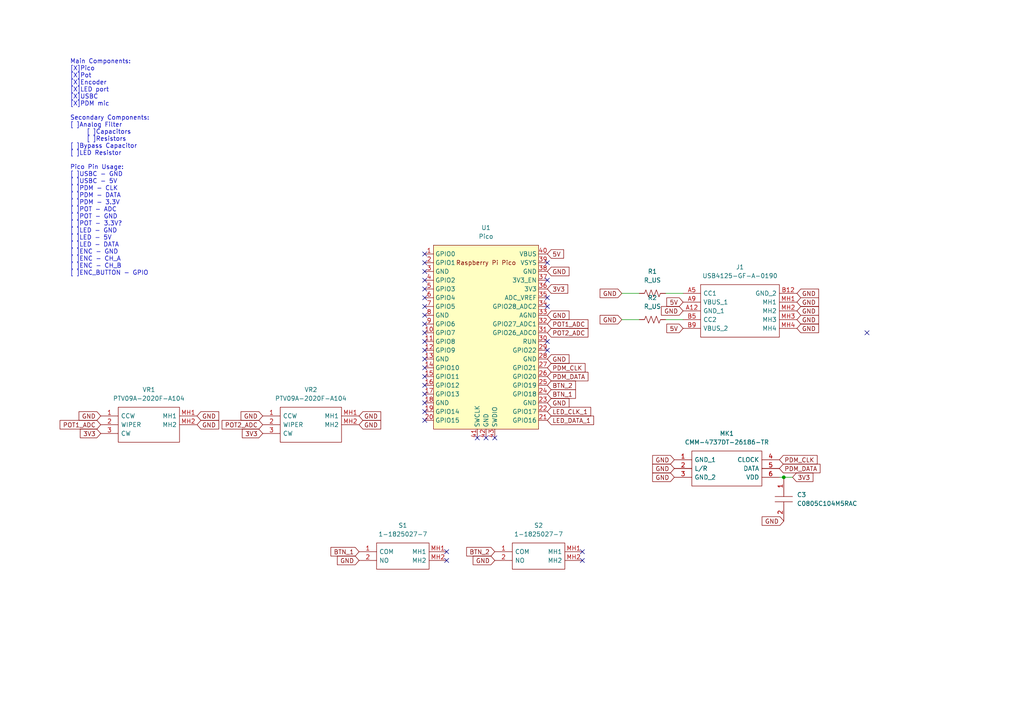
<source format=kicad_sch>
(kicad_sch (version 20211123) (generator eeschema)
  (paper "A4")
  (lib_symbols
    (symbol "Device:R_US" (pin_numbers hide) (pin_names (offset 0))
      (property "Reference" "R" (at 2.54 0 90))
      (property "Value" "R_US" (at -2.54 0 90))
      (symbol "R_US_0_1"
        (polyline (pts (xy 0 -2.286) (xy 0 -2.54)))
        (polyline (pts (xy 0 2.286) (xy 0 2.54)))
        (polyline (pts (xy 0 -0.762) (xy 1.016 -1.143) (xy 0 -1.524) (xy -1.016 -1.905) (xy 0 -2.286)))
        (polyline (pts (xy 0 0.762) (xy 1.016 0.381) (xy 0 0) (xy -1.016 -0.381) (xy 0 -0.762)))
        (polyline (pts (xy 0 2.286) (xy 1.016 1.905) (xy 0 1.524) (xy -1.016 1.143) (xy 0 0.762)))
      )
      (symbol "R_US_1_1"
        (pin passive line (at 0 3.81 270) (length 1.27) (name "~") (number "1"))
        (pin passive line (at 0 -3.81 90) (length 1.27) (name "~") (number "2"))
      )
    )
    (symbol "MCU_RaspberryPi_and_Boards:Pico"
      (property "Reference" "U" (at -13.97 27.94 0))
      (property "Value" "Pico" (at 0 19.05 0))
      (symbol "Pico_0_0"
        (text "Raspberry Pi Pico" (at 0 21.59 0) (effects (font (size 1.27 1.27))))
      )
      (symbol "Pico_0_1"
        (rectangle (start -15.24 26.67) (end 15.24 -26.67) (fill (type background)))
      )
      (symbol "Pico_1_1"
        (pin bidirectional line (at -17.78 24.13 0) (length 2.54) (name "GPIO0") (number "1"))
        (pin bidirectional line (at -17.78 1.27 0) (length 2.54) (name "GPIO7") (number "10"))
        (pin bidirectional line (at -17.78 -1.27 0) (length 2.54) (name "GPIO8") (number "11"))
        (pin bidirectional line (at -17.78 -3.81 0) (length 2.54) (name "GPIO9") (number "12"))
        (pin power_in line (at -17.78 -6.35 0) (length 2.54) (name "GND") (number "13"))
        (pin bidirectional line (at -17.78 -8.89 0) (length 2.54) (name "GPIO10") (number "14"))
        (pin bidirectional line (at -17.78 -11.43 0) (length 2.54) (name "GPIO11") (number "15"))
        (pin bidirectional line (at -17.78 -13.97 0) (length 2.54) (name "GPIO12") (number "16"))
        (pin bidirectional line (at -17.78 -16.51 0) (length 2.54) (name "GPIO13") (number "17"))
        (pin power_in line (at -17.78 -19.05 0) (length 2.54) (name "GND") (number "18"))
        (pin bidirectional line (at -17.78 -21.59 0) (length 2.54) (name "GPIO14") (number "19"))
        (pin bidirectional line (at -17.78 21.59 0) (length 2.54) (name "GPIO1") (number "2"))
        (pin bidirectional line (at -17.78 -24.13 0) (length 2.54) (name "GPIO15") (number "20"))
        (pin bidirectional line (at 17.78 -24.13 180) (length 2.54) (name "GPIO16") (number "21"))
        (pin bidirectional line (at 17.78 -21.59 180) (length 2.54) (name "GPIO17") (number "22"))
        (pin power_in line (at 17.78 -19.05 180) (length 2.54) (name "GND") (number "23"))
        (pin bidirectional line (at 17.78 -16.51 180) (length 2.54) (name "GPIO18") (number "24"))
        (pin bidirectional line (at 17.78 -13.97 180) (length 2.54) (name "GPIO19") (number "25"))
        (pin bidirectional line (at 17.78 -11.43 180) (length 2.54) (name "GPIO20") (number "26"))
        (pin bidirectional line (at 17.78 -8.89 180) (length 2.54) (name "GPIO21") (number "27"))
        (pin power_in line (at 17.78 -6.35 180) (length 2.54) (name "GND") (number "28"))
        (pin bidirectional line (at 17.78 -3.81 180) (length 2.54) (name "GPIO22") (number "29"))
        (pin power_in line (at -17.78 19.05 0) (length 2.54) (name "GND") (number "3"))
        (pin input line (at 17.78 -1.27 180) (length 2.54) (name "RUN") (number "30"))
        (pin bidirectional line (at 17.78 1.27 180) (length 2.54) (name "GPIO26_ADC0") (number "31"))
        (pin bidirectional line (at 17.78 3.81 180) (length 2.54) (name "GPIO27_ADC1") (number "32"))
        (pin power_in line (at 17.78 6.35 180) (length 2.54) (name "AGND") (number "33"))
        (pin bidirectional line (at 17.78 8.89 180) (length 2.54) (name "GPIO28_ADC2") (number "34"))
        (pin power_in line (at 17.78 11.43 180) (length 2.54) (name "ADC_VREF") (number "35"))
        (pin power_in line (at 17.78 13.97 180) (length 2.54) (name "3V3") (number "36"))
        (pin input line (at 17.78 16.51 180) (length 2.54) (name "3V3_EN") (number "37"))
        (pin bidirectional line (at 17.78 19.05 180) (length 2.54) (name "GND") (number "38"))
        (pin power_in line (at 17.78 21.59 180) (length 2.54) (name "VSYS") (number "39"))
        (pin bidirectional line (at -17.78 16.51 0) (length 2.54) (name "GPIO2") (number "4"))
        (pin power_in line (at 17.78 24.13 180) (length 2.54) (name "VBUS") (number "40"))
        (pin input line (at -2.54 -29.21 90) (length 2.54) (name "SWCLK") (number "41"))
        (pin power_in line (at 0 -29.21 90) (length 2.54) (name "GND") (number "42"))
        (pin bidirectional line (at 2.54 -29.21 90) (length 2.54) (name "SWDIO") (number "43"))
        (pin bidirectional line (at -17.78 13.97 0) (length 2.54) (name "GPIO3") (number "5"))
        (pin bidirectional line (at -17.78 11.43 0) (length 2.54) (name "GPIO4") (number "6"))
        (pin bidirectional line (at -17.78 8.89 0) (length 2.54) (name "GPIO5") (number "7"))
        (pin power_in line (at -17.78 6.35 0) (length 2.54) (name "GND") (number "8"))
        (pin bidirectional line (at -17.78 3.81 0) (length 2.54) (name "GPIO6") (number "9"))
      )
    )
    (symbol "SamacSys_Parts:1-1825027-7" (pin_names (offset 0.762))
      (property "Reference" "S" (at 21.59 7.62 0))
      (property "Value" "1-1825027-7" (at 21.59 5.08 0))
      (symbol "1-1825027-7_0_0"
        (pin passive line (at 0 0 0) (length 5.08) (name "COM") (number "1"))
        (pin passive line (at 0 -2.54 0) (length 5.08) (name "NO") (number "2"))
        (pin passive line (at 25.4 0 180) (length 5.08) (name "MH1") (number "MH1"))
        (pin passive line (at 25.4 -2.54 180) (length 5.08) (name "MH2") (number "MH2"))
      )
      (symbol "1-1825027-7_0_1"
        (polyline (pts (xy 5.08 2.54) (xy 20.32 2.54) (xy 20.32 -5.08) (xy 5.08 -5.08) (xy 5.08 2.54)) (stroke (width 0.1524)))
      )
    )
    (symbol "SamacSys_Parts:C0805C104M5RAC" (pin_names (offset 0.762))
      (property "Reference" "C" (at 8.89 6.35 0))
      (property "Value" "C0805C104M5RAC" (at 8.89 3.81 0))
      (symbol "C0805C104M5RAC_0_0"
        (pin passive line (at 0 0 0) (length 5.08) (name "~") (number "1"))
        (pin passive line (at 12.7 0 180) (length 5.08) (name "~") (number "2"))
      )
      (symbol "C0805C104M5RAC_0_1"
        (polyline (pts (xy 5.08 0) (xy 5.588 0)) (stroke (width 0.1524)))
        (polyline (pts (xy 5.588 2.54) (xy 5.588 -2.54)) (stroke (width 0.1524)))
        (polyline (pts (xy 7.112 0) (xy 7.62 0)) (stroke (width 0.1524)))
        (polyline (pts (xy 7.112 2.54) (xy 7.112 -2.54)) (stroke (width 0.1524)))
      )
    )
    (symbol "SamacSys_Parts:CMM-4737DT-26186-TR" (pin_names (offset 0.762))
      (property "Reference" "MK" (at 26.67 7.62 0))
      (property "Value" "CMM-4737DT-26186-TR" (at 26.67 5.08 0))
      (symbol "CMM-4737DT-26186-TR_0_0"
        (pin passive line (at 0 0 0) (length 5.08) (name "GND_1") (number "1"))
        (pin passive line (at 0 -2.54 0) (length 5.08) (name "L/R") (number "2"))
        (pin passive line (at 0 -5.08 0) (length 5.08) (name "GND_2") (number "3"))
        (pin passive line (at 30.48 0 180) (length 5.08) (name "CLOCK") (number "4"))
        (pin passive line (at 30.48 -2.54 180) (length 5.08) (name "DATA") (number "5"))
        (pin passive line (at 30.48 -5.08 180) (length 5.08) (name "VDD") (number "6"))
      )
      (symbol "CMM-4737DT-26186-TR_0_1"
        (polyline (pts (xy 5.08 2.54) (xy 25.4 2.54) (xy 25.4 -7.62) (xy 5.08 -7.62) (xy 5.08 2.54)) (stroke (width 0.1524)))
      )
    )
    (symbol "SamacSys_Parts:PTV09A-2020F-A104" (pin_names (offset 0.762))
      (property "Reference" "VR" (at 24.13 7.62 0))
      (property "Value" "PTV09A-2020F-A104" (at 24.13 5.08 0))
      (symbol "PTV09A-2020F-A104_0_0"
        (pin passive line (at 0 0 0) (length 5.08) (name "CCW") (number "1"))
        (pin passive line (at 0 -2.54 0) (length 5.08) (name "WIPER") (number "2"))
        (pin passive line (at 0 -5.08 0) (length 5.08) (name "CW") (number "3"))
        (pin passive line (at 27.94 0 180) (length 5.08) (name "MH1") (number "MH1"))
        (pin passive line (at 27.94 -2.54 180) (length 5.08) (name "MH2") (number "MH2"))
      )
      (symbol "PTV09A-2020F-A104_0_1"
        (polyline (pts (xy 5.08 2.54) (xy 22.86 2.54) (xy 22.86 -7.62) (xy 5.08 -7.62) (xy 5.08 2.54)) (stroke (width 0.1524)))
      )
    )
    (symbol "SamacSys_Parts:USB4125-GF-A-0190" (pin_names (offset 0.762))
      (property "Reference" "J" (at 29.21 7.62 0))
      (property "Value" "USB4125-GF-A-0190" (at 29.21 5.08 0))
      (symbol "USB4125-GF-A-0190_0_0"
        (pin passive line (at 0 -5.08 0) (length 5.08) (name "GND_1") (number "A12"))
        (pin passive line (at 0 0 0) (length 5.08) (name "CC1") (number "A5"))
        (pin passive line (at 0 -2.54 0) (length 5.08) (name "VBUS_1") (number "A9"))
        (pin passive line (at 33.02 0 180) (length 5.08) (name "GND_2") (number "B12"))
        (pin passive line (at 0 -7.62 0) (length 5.08) (name "CC2") (number "B5"))
        (pin passive line (at 0 -10.16 0) (length 5.08) (name "VBUS_2") (number "B9"))
        (pin passive line (at 33.02 -2.54 180) (length 5.08) (name "MH1") (number "MH1"))
        (pin passive line (at 33.02 -5.08 180) (length 5.08) (name "MH2") (number "MH2"))
        (pin passive line (at 33.02 -7.62 180) (length 5.08) (name "MH3") (number "MH3"))
        (pin passive line (at 33.02 -10.16 180) (length 5.08) (name "MH4") (number "MH4"))
      )
      (symbol "USB4125-GF-A-0190_0_1"
        (polyline (pts (xy 5.08 2.54) (xy 27.94 2.54) (xy 27.94 -12.7) (xy 5.08 -12.7) (xy 5.08 2.54)) (stroke (width 0.1524)))
      )
    )
  )
  (junction (at 227.33 138.43))
  (no_connect (at 158.75 101.6))
  (no_connect (at 123.19 121.92))
  (no_connect (at 251.46 96.52))
  (no_connect (at 123.19 83.82))
  (no_connect (at 123.19 114.3))
  (no_connect (at 123.19 111.76))
  (no_connect (at 123.19 109.22))
  (no_connect (at 123.19 106.68))
  (no_connect (at 123.19 101.6))
  (no_connect (at 123.19 99.06))
  (no_connect (at 123.19 96.52))
  (no_connect (at 123.19 93.98))
  (no_connect (at 123.19 88.9))
  (no_connect (at 123.19 116.84))
  (no_connect (at 123.19 86.36))
  (no_connect (at 158.75 88.9))
  (no_connect (at 123.19 81.28))
  (no_connect (at 123.19 119.38))
  (no_connect (at 168.91 160.02))
  (no_connect (at 123.19 73.66))
  (no_connect (at 123.19 76.2))
  (no_connect (at 123.19 78.74))
  (no_connect (at 123.19 104.14))
  (no_connect (at 123.19 91.44))
  (no_connect (at 158.75 86.36))
  (no_connect (at 140.97 127))
  (no_connect (at 143.51 127))
  (no_connect (at 138.43 127))
  (no_connect (at 158.75 99.06))
  (no_connect (at 158.75 76.2))
  (no_connect (at 158.75 81.28))
  (no_connect (at 129.54 162.56))
  (no_connect (at 129.54 160.02))
  (no_connect (at 168.91 162.56))
  (wire (pts (xy 193.04 85.09) (xy 198.12 85.09)))
  (wire (pts (xy 180.34 85.09) (xy 185.42 85.09)))
  (wire (pts (xy 193.04 92.71) (xy 198.12 92.71)))
  (wire (pts (xy 227.33 138.43) (xy 226.06 138.43)))
  (wire (pts (xy 180.34 92.71) (xy 185.42 92.71)))
  (wire (pts (xy 229.87 138.43) (xy 227.33 138.43)))
  (text "Main Components:\n[X]Pico\n[X]Pot\n[X]Encoder\n[X]LED port\n[X]USBC\n[X]PDM mic\n\nSecondary Components:\n[ ]Analog Filter\n	[ ]Capacitors\n	[ ]Resistors\n[ ]Bypass Capacitor\n[ ]LED Resistor\n\nPico Pin Usage:\n[ ]USBC - GND\n[ ]USBC - 5V\n[ ]PDM - CLK\n[ ]PDM - DATA\n[ ]PDM - 3.3V\n[ ]POT - ADC\n[ ]POT - GND\n[ ]POT - 3.3V?\n[ ]LED - GND\n[ ]LED - 5V\n[ ]LED - DATA\n[ ]ENC - GND\n[ ]ENC - CH_A\n[ ]ENC - CH_B\n[ ]ENC_BUTTON - GPIO\n" (at 20.32 80.01 0) (effects (font (size 1.27 1.27)) (justify left bottom)))
  (global_label "LED_CLK_1" (shape input) (at 158.75 119.38 0) (property "Intersheet References" "${INTERSHEET_REFS}" (effects hide)))
  (global_label "BTN_2" (shape input) (at 143.51 160.02 180) (property "Intersheet References" "${INTERSHEET_REFS}" (effects hide)))
  (global_label "GND" (shape input) (at 231.14 92.71 0) (property "Intersheet References" "${INTERSHEET_REFS}" (effects hide)))
  (global_label "POT1_ADC" (shape input) (at 29.21 123.19 180) (property "Intersheet References" "${INTERSHEET_REFS}" (effects hide)))
  (global_label "GND" (shape input) (at 104.14 162.56 180) (property "Intersheet References" "${INTERSHEET_REFS}" (effects hide)))
  (global_label "GND" (shape input) (at 29.21 120.65 180) (property "Intersheet References" "${INTERSHEET_REFS}" (effects hide)))
  (global_label "LED_DATA_1" (shape input) (at 158.75 121.92 0) (property "Intersheet References" "${INTERSHEET_REFS}" (effects hide)))
  (global_label "GND" (shape input) (at 227.33 151.13 180) (property "Intersheet References" "${INTERSHEET_REFS}" (effects hide)))
  (global_label "3V3" (shape input) (at 29.21 125.73 180) (property "Intersheet References" "${INTERSHEET_REFS}" (effects hide)))
  (global_label "PDM_CLK" (shape input) (at 226.06 133.35 0) (property "Intersheet References" "${INTERSHEET_REFS}" (effects hide)))
  (global_label "GND" (shape input) (at 76.2 120.65 180) (property "Intersheet References" "${INTERSHEET_REFS}" (effects hide)))
  (global_label "GND" (shape input) (at 143.51 162.56 180) (property "Intersheet References" "${INTERSHEET_REFS}" (effects hide)))
  (global_label "GND" (shape input) (at 158.75 91.44 0) (property "Intersheet References" "${INTERSHEET_REFS}" (effects hide)))
  (global_label "BTN_1" (shape input) (at 104.14 160.02 180) (property "Intersheet References" "${INTERSHEET_REFS}" (effects hide)))
  (global_label "5V" (shape input) (at 158.75 73.66 0) (property "Intersheet References" "${INTERSHEET_REFS}" (effects hide)))
  (global_label "PDM_DATA" (shape input) (at 158.75 109.22 0) (property "Intersheet References" "${INTERSHEET_REFS}" (effects hide)))
  (global_label "GND" (shape input) (at 104.14 123.19 0) (property "Intersheet References" "${INTERSHEET_REFS}" (effects hide)))
  (global_label "GND" (shape input) (at 104.14 120.65 0) (property "Intersheet References" "${INTERSHEET_REFS}" (effects hide)))
  (global_label "GND" (shape input) (at 158.75 116.84 0) (property "Intersheet References" "${INTERSHEET_REFS}" (effects hide)))
  (global_label "POT2_ADC" (shape input) (at 76.2 123.19 180) (property "Intersheet References" "${INTERSHEET_REFS}" (effects hide)))
  (global_label "GND" (shape input) (at 231.14 90.17 0) (property "Intersheet References" "${INTERSHEET_REFS}" (effects hide)))
  (global_label "POT1_ADC" (shape input) (at 158.75 93.98 0) (property "Intersheet References" "${INTERSHEET_REFS}" (effects hide)))
  (global_label "GND" (shape input) (at 195.58 138.43 180) (property "Intersheet References" "${INTERSHEET_REFS}" (effects hide)))
  (global_label "5V" (shape input) (at 198.12 87.63 180) (property "Intersheet References" "${INTERSHEET_REFS}" (effects hide)))
  (global_label "POT2_ADC" (shape input) (at 158.75 96.52 0) (property "Intersheet References" "${INTERSHEET_REFS}" (effects hide)))
  (global_label "GND" (shape input) (at 158.75 78.74 0) (property "Intersheet References" "${INTERSHEET_REFS}" (effects hide)))
  (global_label "GND" (shape input) (at 57.15 120.65 0) (property "Intersheet References" "${INTERSHEET_REFS}" (effects hide)))
  (global_label "3V3" (shape input) (at 229.87 138.43 0) (property "Intersheet References" "${INTERSHEET_REFS}" (effects hide)))
  (global_label "GND" (shape input) (at 158.75 104.14 0) (property "Intersheet References" "${INTERSHEET_REFS}" (effects hide)))
  (global_label "GND" (shape input) (at 180.34 85.09 180) (property "Intersheet References" "${INTERSHEET_REFS}" (effects hide)))
  (global_label "BTN_1" (shape input) (at 158.75 114.3 0) (property "Intersheet References" "${INTERSHEET_REFS}" (effects hide)))
  (global_label "PDM_CLK" (shape input) (at 158.75 106.68 0) (property "Intersheet References" "${INTERSHEET_REFS}" (effects hide)))
  (global_label "GND" (shape input) (at 195.58 135.89 180) (property "Intersheet References" "${INTERSHEET_REFS}" (effects hide)))
  (global_label "GND" (shape input) (at 231.14 95.25 0) (property "Intersheet References" "${INTERSHEET_REFS}" (effects hide)))
  (global_label "5V" (shape input) (at 198.12 95.25 180) (property "Intersheet References" "${INTERSHEET_REFS}" (effects hide)))
  (global_label "GND" (shape input) (at 180.34 92.71 180) (property "Intersheet References" "${INTERSHEET_REFS}" (effects hide)))
  (global_label "GND" (shape input) (at 231.14 85.09 0) (property "Intersheet References" "${INTERSHEET_REFS}" (effects hide)))
  (global_label "GND" (shape input) (at 195.58 133.35 180) (property "Intersheet References" "${INTERSHEET_REFS}" (effects hide)))
  (global_label "GND" (shape input) (at 231.14 87.63 0) (property "Intersheet References" "${INTERSHEET_REFS}" (effects hide)))
  (global_label "3V3" (shape input) (at 158.75 83.82 0) (property "Intersheet References" "${INTERSHEET_REFS}" (effects hide)))
  (global_label "GND" (shape input) (at 198.12 90.17 180) (property "Intersheet References" "${INTERSHEET_REFS}" (effects hide)))
  (global_label "GND" (shape input) (at 57.15 123.19 0) (property "Intersheet References" "${INTERSHEET_REFS}" (effects hide)))
  (global_label "PDM_DATA" (shape input) (at 226.06 135.89 0) (property "Intersheet References" "${INTERSHEET_REFS}" (effects hide)))
  (global_label "BTN_2" (shape input) (at 158.75 111.76 0) (property "Intersheet References" "${INTERSHEET_REFS}" (effects hide)))
  (global_label "3V3" (shape input) (at 76.2 125.73 180) (property "Intersheet References" "${INTERSHEET_REFS}" (effects hide)))
  (symbol (lib_id "SamacSys_Parts:PTV09A-2020F-A104") (at 76.2 120.65 0) (unit 1)
    (property "Reference" "VR2" (at 90.17 113.03 0))
    (property "Value" "PTV09A-2020F-A104" (at 90.17 115.57 0))
    (property "Footprint" "PTV09A2020FA104" (effects hide))
    (property "Datasheet" "https://componentsearchengine.com/Datasheets/1/PTV09A-2020F-A104.pdf" (effects hide))
    (property "Description" "BOURNS - PTV09A-2020F-A104 - RES,Carbon,100KOhms,20WVDC,20+/-% Tol,2722-Case" (effects hide))
    (property "Height" "15.5" (effects hide))
    (property "Mouser Part Number" "652-PTV09A-2020FA104" (effects hide))
    (property "Mouser Price/Stock" "https://www.mouser.co.uk/ProductDetail/Bourns/PTV09A-2020F-A104?qs=Qzws7J6gxqwMRsEnBxEohQ%3D%3D" (effects hide))
    (property "Manufacturer_Name" "Bourns" (effects hide))
    (property "Manufacturer_Part_Number" "PTV09A-2020F-A104" (effects hide))
  )
  (symbol (lib_id "SamacSys_Parts:1-1825027-7") (at 104.14 160.02 0) (unit 1)
    (property "Reference" "S1" (at 116.84 152.4 0))
    (property "Value" "1-1825027-7" (at 116.84 154.94 0))
    (property "Footprint" "118250277" (effects hide))
    (property "Datasheet" "https://www.te.com/commerce/DocumentDelivery/DDEController?Action=srchrtrv&DocNm=1308111-1_SWITCHES_CORE_PROGRAM_CATALOG&DocType=CS&DocLang=English" (effects hide))
    (property "Description" "Tactile Switches FSMRA6JH04" (effects hide))
    (property "Height" "7.01" (effects hide))
    (property "Mouser Part Number" "655-1-1825027-7" (effects hide))
    (property "Mouser Price/Stock" "https://www.mouser.co.uk/ProductDetail/TE-Connectivity-PB/1-1825027-7?qs=f77SmbfBTEqvrOH32rsDWQ%3D%3D" (effects hide))
    (property "Manufacturer_Name" "TE Connectivity" (effects hide))
    (property "Manufacturer_Part_Number" "1-1825027-7" (effects hide))
  )
  (symbol (lib_id "Device:R_US") (at 189.23 92.71 90) (unit 1)
    (property "Reference" "R2" (at 189.23 86.36 90))
    (property "Value" "R_US" (at 189.23 88.9 90))
    (property "Footprint" "Resistor_SMD:R_0805_2012Metric" (effects hide))
  )
  (symbol (lib_id "Device:R_US") (at 189.23 85.09 90) (unit 1)
    (property "Reference" "R1" (at 189.23 78.74 90))
    (property "Value" "R_US" (at 189.23 81.28 90))
    (property "Footprint" "Resistor_SMD:R_0805_2012Metric" (effects hide))
  )
  (symbol (lib_id "SamacSys_Parts:C0805C104M5RAC") (at 227.33 138.43 270) (unit 1)
    (property "Reference" "C3" (at 231.14 143.5099 90) (effects (justify left)))
    (property "Value" "C0805C104M5RAC" (at 231.14 146.0499 90) (effects (justify left)))
    (property "Footprint" "SamacSys_Parts:CAPC2012X88N" (effects hide))
    (property "Datasheet" "https://connect.kemet.com:7667/gateway/IntelliData-ComponentDocumentation/1.0/download/specsheet/C0805C104M5RAC%7bBULK%7d" (effects hide))
    (property "Description" "Multilayer Ceramic Capacitors MLCC - SMD/SMT 50V 0.1uF X7R 0805 20%" (effects hide))
    (property "Height" "0.88" (effects hide))
    (property "Mouser Part Number" "80-C0805C104M5RAC" (effects hide))
    (property "Mouser Price/Stock" "https://www.mouser.co.uk/ProductDetail/KEMET/C0805C104M5RAC?qs=VOOUd%252Bza08rWzt4y8eXMuQ%3D%3D" (effects hide))
    (property "Manufacturer_Name" "KEMET" (effects hide))
    (property "Manufacturer_Part_Number" "C0805C104M5RAC" (effects hide))
  )
  (symbol (lib_id "SamacSys_Parts:1-1825027-7") (at 143.51 160.02 0) (unit 1)
    (property "Reference" "S2" (at 156.21 152.4 0))
    (property "Value" "1-1825027-7" (at 156.21 154.94 0))
    (property "Footprint" "118250277" (effects hide))
    (property "Datasheet" "https://www.te.com/commerce/DocumentDelivery/DDEController?Action=srchrtrv&DocNm=1308111-1_SWITCHES_CORE_PROGRAM_CATALOG&DocType=CS&DocLang=English" (effects hide))
    (property "Description" "Tactile Switches FSMRA6JH04" (effects hide))
    (property "Height" "7.01" (effects hide))
    (property "Mouser Part Number" "655-1-1825027-7" (effects hide))
    (property "Mouser Price/Stock" "https://www.mouser.co.uk/ProductDetail/TE-Connectivity-PB/1-1825027-7?qs=f77SmbfBTEqvrOH32rsDWQ%3D%3D" (effects hide))
    (property "Manufacturer_Name" "TE Connectivity" (effects hide))
    (property "Manufacturer_Part_Number" "1-1825027-7" (effects hide))
  )
  (symbol (lib_id "SamacSys_Parts:PTV09A-2020F-A104") (at 29.21 120.65 0) (unit 1)
    (property "Reference" "VR1" (at 43.18 113.03 0))
    (property "Value" "PTV09A-2020F-A104" (at 43.18 115.57 0))
    (property "Footprint" "PTV09A2020FA104" (effects hide))
    (property "Datasheet" "https://componentsearchengine.com/Datasheets/1/PTV09A-2020F-A104.pdf" (effects hide))
    (property "Description" "BOURNS - PTV09A-2020F-A104 - RES,Carbon,100KOhms,20WVDC,20+/-% Tol,2722-Case" (effects hide))
    (property "Height" "15.5" (effects hide))
    (property "Mouser Part Number" "652-PTV09A-2020FA104" (effects hide))
    (property "Mouser Price/Stock" "https://www.mouser.co.uk/ProductDetail/Bourns/PTV09A-2020F-A104?qs=Qzws7J6gxqwMRsEnBxEohQ%3D%3D" (effects hide))
    (property "Manufacturer_Name" "Bourns" (effects hide))
    (property "Manufacturer_Part_Number" "PTV09A-2020F-A104" (effects hide))
  )
  (symbol (lib_id "SamacSys_Parts:USB4125-GF-A-0190") (at 198.12 85.09 0) (unit 1)
    (property "Reference" "J1" (at 214.63 77.47 0))
    (property "Value" "USB4125-GF-A-0190" (at 214.63 80.01 0))
    (property "Footprint" "SamacSys_Parts:USB4125GFA0190" (effects hide))
    (property "Description" "USB Connectors USB C Rec GF RA 6P SMT TH Stakes 1.9mm" (effects hide))
    (property "Height" "3.41" (effects hide))
    (property "Mouser Part Number" "640-USB4125-GF-A-190" (effects hide))
    (property "Mouser Price/Stock" "https://www.mouser.co.uk/ProductDetail/GCT/USB4125-GF-A-0190?qs=QNEnbhJQKvbCz4hEJBS24w%3D%3D" (effects hide))
    (property "Manufacturer_Name" "GCT (GLOBAL CONNECTOR TECHNOLOGY)" (effects hide))
    (property "Manufacturer_Part_Number" "USB4125-GF-A-0190" (effects hide))
  )
  (symbol (lib_id "MCU_RaspberryPi_and_Boards:Pico") (at 140.97 97.79 0) (unit 1)
    (property "Reference" "U1" (at 140.97 66.04 0))
    (property "Value" "Pico" (at 140.97 68.58 0))
    (property "Footprint" "MCU_RaspberryPi_and_Boards:RPi_Pico_SMD_TH_removes2" (effects hide))
  )
  (symbol (lib_id "SamacSys_Parts:CMM-4737DT-26186-TR") (at 195.58 133.35 0) (unit 1)
    (property "Reference" "MK1" (at 210.82 125.73 0))
    (property "Value" "CMM-4737DT-26186-TR" (at 210.82 128.27 0))
    (property "Footprint" "SamacSys_Parts:CMM4737DT26186TR" (effects hide))
    (property "Datasheet" "https://www.cuidevices.com/product/resource/digikeypdf/cmm-4737dt-26186-tr.pdf" (effects hide))
    (property "Description" "MEMS Microphones MEMs Microphone 4.72x3.76mm 2Vdc SMT" (effects hide))
    (property "Height" "1.35" (effects hide))
    (property "Mouser Part Number" "490-CMM4737DT26186TR" (effects hide))
    (property "Mouser Price/Stock" "https://www.mouser.co.uk/ProductDetail/CUI-Devices/CMM-4737DT-26186-TR?qs=PqoDHHvF64%252Byt6%2FZe%252BNOsA%3D%3D" (effects hide))
    (property "Manufacturer_Name" "CUI Inc." (effects hide))
    (property "Manufacturer_Part_Number" "CMM-4737DT-26186-TR" (effects hide))
  )
)
</source>
